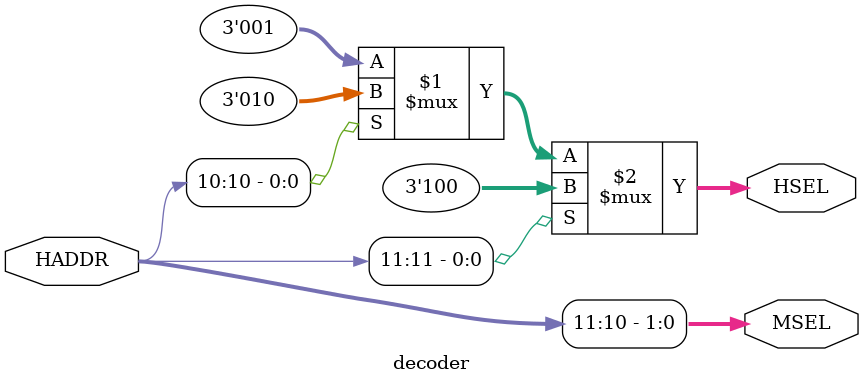
<source format=v>
module decoder( HADDR,
                  HSEL,
                  MSEL);
  input [31:0]HADDR;
  
  output [1:0]MSEL;
  output [2:0]HSEL;
 
  assign MSEL = HADDR[11:10];
  assign HSEL = HADDR[11] ? 3'b100 : HADDR[10] ? 3'b010 : 3'b001;
endmodule

</source>
